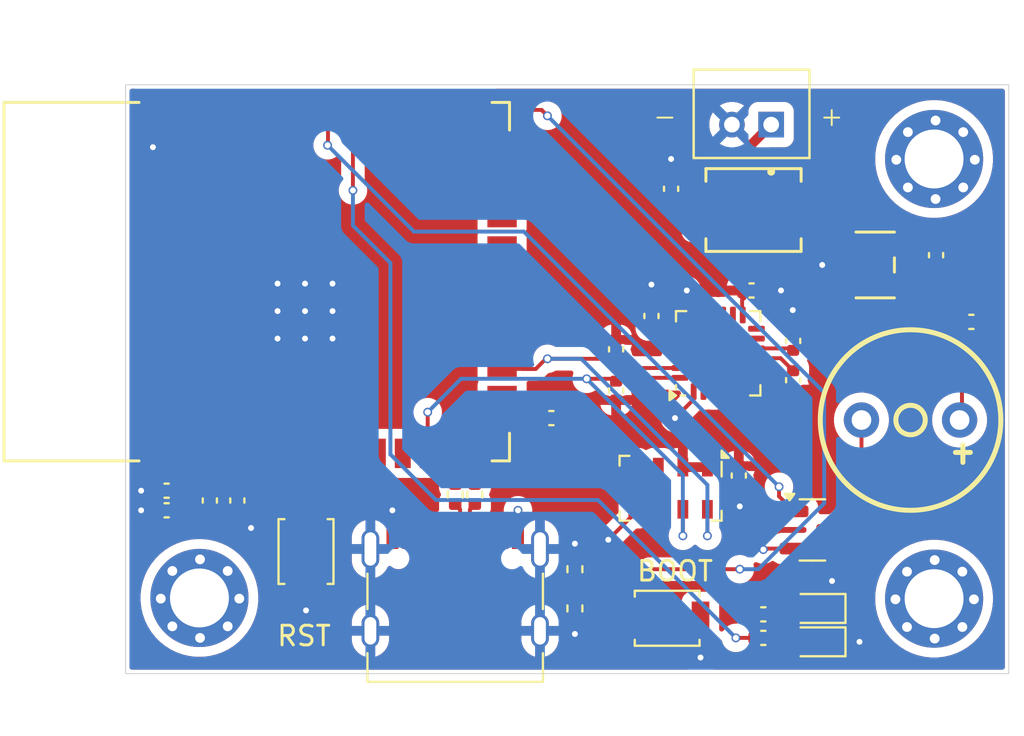
<source format=kicad_pcb>
(kicad_pcb (version 20241229) (generator "pcbnew") (generator_version "9.0")
  (title_block (title "Eggtimer Ion Clone") (date "2025-10-13") (rev "v1.0") (company "Metropolitan Aerospace Rocket Society") (comment 1 "Author: Fawaaz Kamali Siddiqui"))
  (layers (0 "F.Cu" signal) (2 "B.Cu" signal) (13 "F.Paste" user) (15 "B.Paste" user) (5 "F.SilkS" user "F.Silkscreen") (7 "B.SilkS" user "B.Silkscreen") (1 "F.Mask" user) (3 "B.Mask" user) (25 "Edge.Cuts" user))
  (net 0 "")
  (net 1 "+3V3")
  (net 2 "Net-(U2-CPOUT)")
  (net 3 "Net-(U2-REGOUT)")
  (net 4 "BAT+")
  (net 5 "BAT-")
  (net 6 "Net-(LS1-Pad1)")
  (net 7 "Net-(Q1-D)")
  (net 8 "/SDA")
  (net 9 "/SCL")
  (net 25 "/ESP_EN")
  (net 26 "/ESP_IO0")
  (net 27 "Net-(U5-VIN)")
  (net 28 "Net-(D1-A)")
  (net 29 "Net-(D2-A)")
  (net 30 "Net-(J4-CC1)")
  (net 33 "USB_D-")
  (net 36 "USB_D+")
  (net 40 "Net-(J4-CC2)")
  (net 41 "/BUZZER")
  (net 42 "/LED")
  (net 43 "Net-(U4-GPIO3)")
  (footprint "Capacitor_SMD:C_0402_1005Metric" (layer "F.Cu") (at 160.7 100.9 90)
    (property "Reference" "R2" (hide yes))
    (property "Value" "4.7k" (hide yes))
    (pad "1" smd roundrect (at -0.48 0 90) (size 0.56 0.62) (layers "F.Cu" "F.Mask" "F.Paste") (net 1 "+3V3"))
    (pad "2" smd roundrect (at 0.48 0 90) (size 0.56 0.62) (layers "F.Cu" "F.Mask" "F.Paste") (net 8 "/SDA"))
  )
  (footprint "Sensor_Motion:InvenSense_QFN-24_4x4mm_P0.5mm" (layer "F.Cu") (at 165.9 99 90)
    (property "Reference" "U2" (hide yes))
    (property "Value" "MPU-6050" (hide yes))
    (pad "1" smd roundrect (at -1.95 -1.25 90) (size 0.85 0.3) (layers "F.Cu" "F.Mask" "F.Paste") (net 5 "BAT-"))
    (pad "2" smd roundrect (at -1.95 -0.75 90) (size 0.85 0.3) (layers "F.Cu" "F.Mask" "F.Paste"))
    (pad "3" smd roundrect (at -1.95 -0.25 90) (size 0.85 0.3) (layers "F.Cu" "F.Mask" "F.Paste"))
    (pad "4" smd roundrect (at -1.95 0.25 90) (size 0.85 0.3) (layers "F.Cu" "F.Mask" "F.Paste"))
    (pad "5" smd roundrect (at -1.95 0.75 90) (size 0.85 0.3) (layers "F.Cu" "F.Mask" "F.Paste"))
    (pad "6" smd roundrect (at -1.95 1.25 90) (size 0.85 0.3) (layers "F.Cu" "F.Mask" "F.Paste"))
    (pad "7" smd roundrect (at -1.25 1.95 180) (size 0.85 0.3) (layers "F.Cu" "F.Mask" "F.Paste"))
    (pad "8" smd roundrect (at -0.75 1.95 180) (size 0.85 0.3) (layers "F.Cu" "F.Mask" "F.Paste") (net 1 "+3V3"))
    (pad "9" smd roundrect (at -0.25 1.95 180) (size 0.85 0.3) (layers "F.Cu" "F.Mask" "F.Paste") (net 5 "BAT-"))
    (pad "10" smd roundrect (at 0.25 1.95 180) (size 0.85 0.3) (layers "F.Cu" "F.Mask" "F.Paste") (net 3 "Net-(U2-REGOUT)"))
    (pad "11" smd roundrect (at 0.75 1.95 180) (size 0.85 0.3) (layers "F.Cu" "F.Mask" "F.Paste") (net 5 "BAT-"))
    (pad "12" smd roundrect (at 1.25 1.95 180) (size 0.85 0.3) (layers "F.Cu" "F.Mask" "F.Paste"))
    (pad "13" smd roundrect (at 1.95 1.25 90) (size 0.85 0.3) (layers "F.Cu" "F.Mask" "F.Paste") (net 1 "+3V3"))
    (pad "14" smd roundrect (at 1.95 0.75 90) (size 0.85 0.3) (layers "F.Cu" "F.Mask" "F.Paste"))
    (pad "15" smd roundrect (at 1.95 0.25 90) (size 0.85 0.3) (layers "F.Cu" "F.Mask" "F.Paste"))
    (pad "16" smd roundrect (at 1.95 -0.25 90) (size 0.85 0.3) (layers "F.Cu" "F.Mask" "F.Paste"))
    (pad "17" smd roundrect (at 1.95 -0.75 90) (size 0.85 0.3) (layers "F.Cu" "F.Mask" "F.Paste"))
    (pad "18" smd roundrect (at 1.95 -1.25 90) (size 0.85 0.3) (layers "F.Cu" "F.Mask" "F.Paste") (net 5 "BAT-"))
    (pad "19" smd roundrect (at 1.25 -1.95 180) (size 0.85 0.3) (layers "F.Cu" "F.Mask" "F.Paste"))
    (pad "20" smd roundrect (at 0.75 -1.95 180) (size 0.85 0.3) (layers "F.Cu" "F.Mask" "F.Paste") (net 2 "Net-(U2-CPOUT)"))
    (pad "21" smd roundrect (at 0.25 -1.95 180) (size 0.85 0.3) (layers "F.Cu" "F.Mask" "F.Paste"))
    (pad "22" smd roundrect (at -0.25 -1.95 180) (size 0.85 0.3) (layers "F.Cu" "F.Mask" "F.Paste"))
    (pad "23" smd roundrect (at -0.75 -1.95 180) (size 0.85 0.3) (layers "F.Cu" "F.Mask" "F.Paste") (net 9 "/SCL"))
    (pad "24" smd roundrect (at -1.25 -1.95 180) (size 0.85 0.3) (layers "F.Cu" "F.Mask" "F.Paste") (net 8 "/SDA"))
    (zone (net 0) (net_name "") (layer "F.Cu") (connect_pads (clearance 0)) (min_thickness 0.254)
      (keepout (tracks not_allowed) (vias not_allowed) (pads not_allowed) (copperpour not_allowed) (footprints allowed))
      (fill (thermal_gap 0.508) (thermal_bridge_width 0.508))
      (polygon (pts (xy 164.575 100.375) (xy 164.575 97.625) (xy 167.225 97.625) (xy 167.225 100.375)))
    )
  )
  (footprint "Mount:hole" (layer "F.Cu") (at 139.5 111.5)
    (property "Reference" "H3" (hide yes))
    (property "Value" "MountingHole" (hide yes))
    (pad "1" thru_hole circle (at -2 0 90) (size 0.6 0.6) (drill 0.5) (layers "*.Cu" "*.Mask"))
    (pad "1" thru_hole circle (at -1.41 -1.41 135) (size 0.6 0.6) (drill 0.5) (layers "*.Cu" "*.Mask"))
    (pad "1" thru_hole circle (at -1.41 1.41 225) (size 0.6 0.6) (drill 0.5) (layers "*.Cu" "*.Mask"))
    (pad "1" thru_hole circle (at -0.03 -0.035 90) (size 5 5) (drill 3) (layers "*.Cu" "*.Mask"))
    (pad "1" thru_hole circle (at 0 -2 225) (size 0.6 0.6) (drill 0.5) (layers "*.Cu" "*.Mask"))
    (pad "1" thru_hole circle (at 0 2 90) (size 0.6 0.6) (drill 0.5) (layers "*.Cu" "*.Mask"))
    (pad "1" thru_hole circle (at 1.41 -1.41 180) (size 0.6 0.6) (drill 0.5) (layers "*.Cu" "*.Mask"))
    (pad "1" thru_hole circle (at 1.41 1.41 90) (size 0.6 0.6) (drill 0.5) (layers "*.Cu" "*.Mask"))
    (pad "1" thru_hole circle (at 2 0 90) (size 0.6 0.6) (drill 0.5) (layers "*.Cu" "*.Mask"))
  )
  (footprint "B2B-PH-K-S:JST_B2B-PH-K-S" (layer "F.Cu") (at 167.6 86.8)
    (property "Reference" "J3" (hide yes))
    (property "Value" "B2B-PH-K-S" (hide yes))
    (pad "1" thru_hole rect (at 1 0.55) (size 1.308 1.308) (drill 0.8) (layers "*.Cu" "*.Mask") (net 4 "BAT+"))
    (pad "2" thru_hole circle (at -1 0.55) (size 1.308 1.308) (drill 0.8) (layers "*.Cu" "*.Mask") (net 5 "BAT-"))
  )
  (footprint "Resistor_SMD:R_0402_1005Metric" (layer "F.Cu") (at 158.6 112 90)
    (property "Reference" "R6" (hide yes))
    (property "Value" "5.1k" (hide yes))
    (pad "1" smd roundrect (at -0.509999 0 90) (size 0.54 0.64) (layers "F.Cu" "F.Mask" "F.Paste") (net 5 "BAT-"))
    (pad "2" smd roundrect (at 0.509999 0 90) (size 0.54 0.64) (layers "F.Cu" "F.Mask" "F.Paste") (net 30 "Net-(J4-CC1)"))
  )
  (footprint "Connector_USB:USB_C_Receptacle_Palconn_UTC16-G" (layer "F.Cu") (at 152.5 110.9)
    (property "Reference" "J4" (hide yes))
    (property "Value" "USB_C_Receptacle_USB2.0_16P" (hide yes))
    (pad "" np_thru_hole circle (at -2.89 -1.45 180) (size 0.6 0.6) (drill 0.6) (layers "*.Cu" "*.Mask"))
    (pad "" np_thru_hole circle (at 2.89 -1.45 180) (size 0.6 0.6) (drill 0.6) (layers "*.Cu" "*.Mask"))
    (pad "A1" smd rect (at -3.2 -2.51) (size 0.6 1.16) (layers "F.Cu" "F.Mask" "F.Paste") (net 5 "BAT-"))
    (pad "A4" smd rect (at -2.4 -2.51) (size 0.6 1.16) (layers "F.Cu" "F.Mask" "F.Paste"))
    (pad "A5" smd rect (at -1.25 -2.51 180) (size 0.3 1.16) (layers "F.Cu" "F.Mask" "F.Paste") (net 30 "Net-(J4-CC1)"))
    (pad "A6" smd rect (at -0.25 -2.51 180) (size 0.3 1.16) (layers "F.Cu" "F.Mask" "F.Paste") (net 36 "USB_D+"))
    (pad "A7" smd rect (at 0.25 -2.51 180) (size 0.3 1.16) (layers "F.Cu" "F.Mask" "F.Paste") (net 33 "USB_D-"))
    (pad "A8" smd rect (at 1.25 -2.51 180) (size 0.3 1.16) (layers "F.Cu" "F.Mask" "F.Paste"))
    (pad "A9" smd rect (at 2.4 -2.51) (size 0.6 1.16) (layers "F.Cu" "F.Mask" "F.Paste"))
    (pad "A12" smd rect (at 3.2 -2.51) (size 0.6 1.16) (layers "F.Cu" "F.Mask" "F.Paste") (net 5 "BAT-"))
    (pad "B1" smd rect (at 3.2 -2.51) (size 0.6 1.16) (layers "F.Cu" "F.Mask" "F.Paste") (net 5 "BAT-"))
    (pad "B4" smd rect (at 2.4 -2.51) (size 0.6 1.16) (layers "F.Cu" "F.Mask" "F.Paste"))
    (pad "B5" smd rect (at 1.75 -2.51 180) (size 0.3 1.16) (layers "F.Cu" "F.Mask" "F.Paste") (net 40 "Net-(J4-CC2)"))
    (pad "B6" smd rect (at 0.75 -2.51 180) (size 0.3 1.16) (layers "F.Cu" "F.Mask" "F.Paste") (net 36 "USB_D+"))
    (pad "B7" smd rect (at -0.75 -2.51 180) (size 0.3 1.16) (layers "F.Cu" "F.Mask" "F.Paste") (net 33 "USB_D-"))
    (pad "B8" smd rect (at -1.75 -2.51 180) (size 0.3 1.16) (layers "F.Cu" "F.Mask" "F.Paste"))
    (pad "B9" smd rect (at -2.4 -2.51) (size 0.6 1.16) (layers "F.Cu" "F.Mask" "F.Paste"))
    (pad "B12" smd rect (at -3.2 -2.51) (size 0.6 1.16) (layers "F.Cu" "F.Mask" "F.Paste") (net 5 "BAT-"))
    (pad "S1" thru_hole oval (at -4.32 -1.93 90) (size 2 0.9) (drill oval 1.7 0.6) (property pad_prop_heatsink) (layers "*.Cu" "*.Mask") (net 5 "BAT-"))
    (pad "S1" thru_hole oval (at -4.32 2.24 90) (size 1.7 0.9) (drill oval 1.4 0.6) (property pad_prop_heatsink) (layers "*.Cu" "*.Mask") (net 5 "BAT-"))
    (pad "S1" thru_hole oval (at 4.32 -1.93 90) (size 2 0.9) (drill oval 1.7 0.6) (property pad_prop_heatsink) (layers "*.Cu" "*.Mask") (net 5 "BAT-"))
    (pad "S1" thru_hole oval (at 4.32 2.24 90) (size 1.7 0.9) (drill oval 1.4 0.6) (property pad_prop_heatsink) (layers "*.Cu" "*.Mask") (net 5 "BAT-"))
  )
  (footprint "Capacitor_SMD:C_0402_1005Metric" (layer "F.Cu") (at 168.2 112.3)
    (property "Reference" "R7" (hide yes))
    (property "Value" "1.5k" (hide yes))
    (pad "1" smd roundrect (at -0.48 0) (size 0.56 0.62) (layers "F.Cu" "F.Mask" "F.Paste") (net 1 "+3V3"))
    (pad "2" smd roundrect (at 0.48 0) (size 0.56 0.62) (layers "F.Cu" "F.Mask" "F.Paste") (net 29 "Net-(D2-A)"))
  )
  (footprint "Capacitor_SMD:C_0402_1005Metric" (layer "F.Cu") (at 157.4 102.3)
    (property "Reference" "R5" (hide yes))
    (property "Value" "10k" (hide yes))
    (pad "1" smd roundrect (at -0.48 0) (size 0.56 0.62) (layers "F.Cu" "F.Mask" "F.Paste") (net 43 "Net-(U4-GPIO3)"))
    (pad "2" smd roundrect (at 0.48 0) (size 0.56 0.62) (layers "F.Cu" "F.Mask" "F.Paste") (net 1 "+3V3"))
  )
  (footprint "Capacitor_SMD:C_0402_1005Metric" (layer "F.Cu") (at 137.8 106)
    (property "Reference" "C1" (hide yes))
    (property "Value" "10uF" (hide yes))
    (pad "1" smd roundrect (at -0.48 0) (size 0.56 0.62) (layers "F.Cu" "F.Mask" "F.Paste") (net 5 "BAT-"))
    (pad "2" smd roundrect (at 0.48 0) (size 0.56 0.62) (layers "F.Cu" "F.Mask" "F.Paste") (net 1 "+3V3"))
  )
  (footprint "Package_LGA:LGA-8_3x5mm_P1.25mm" (layer "F.Cu") (at 163.475 105.875 -90)
    (property "Reference" "U3" (hide yes))
    (property "Value" "MS5611-01BA" (hide yes))
    (pad "1" smd rect (at -1.075 -1.875 270) (size 0.95 0.55) (layers "F.Cu" "F.Mask" "F.Paste") (net 1 "+3V3"))
    (pad "2" smd rect (at -1.075 -0.625 270) (size 0.95 0.55) (layers "F.Cu" "F.Mask" "F.Paste") (net 1 "+3V3"))
    (pad "3" smd rect (at -1.075 0.625 270) (size 0.95 0.55) (layers "F.Cu" "F.Mask" "F.Paste") (net 5 "BAT-"))
    (pad "4" smd rect (at -1.075 1.875 270) (size 0.95 0.55) (layers "F.Cu" "F.Mask" "F.Paste") (net 5 "BAT-"))
    (pad "5" smd rect (at 1.075 1.875 270) (size 0.95 0.55) (layers "F.Cu" "F.Mask" "F.Paste") (net 5 "BAT-"))
    (pad "6" smd rect (at 1.075 0.625 270) (size 0.95 0.55) (layers "F.Cu" "F.Mask" "F.Paste"))
    (pad "7" smd rect (at 1.075 -0.625 270) (size 0.95 0.55) (layers "F.Cu" "F.Mask" "F.Paste") (net 8 "/SDA"))
    (pad "8" smd rect (at 1.075 -1.875 270) (size 0.95 0.55) (layers "F.Cu" "F.Mask" "F.Paste") (net 9 "/SCL"))
  )
  (footprint "PCM_JLCPCB:Hole, 3mm" (layer "F.Cu") (at 176.975 89.14)
    (property "Reference" "H1" (hide yes))
    (property "Value" "MountingHole" (hide yes))
    (pad "1" thru_hole circle (at -2 0 90) (size 0.6 0.6) (drill 0.5) (layers "*.Cu" "*.Mask"))
    (pad "1" thru_hole circle (at -1.41 -1.41 135) (size 0.6 0.6) (drill 0.5) (layers "*.Cu" "*.Mask"))
    (pad "1" thru_hole circle (at -1.41 1.41 225) (size 0.6 0.6) (drill 0.5) (layers "*.Cu" "*.Mask"))
    (pad "1" thru_hole circle (at -0.075 -0.04 90) (size 5 5) (drill 3) (layers "*.Cu" "*.Mask"))
    (pad "1" thru_hole circle (at 0 -2 225) (size 0.6 0.6) (drill 0.5) (layers "*.Cu" "*.Mask"))
    (pad "1" thru_hole circle (at 0 2 90) (size 0.6 0.6) (drill 0.5) (layers "*.Cu" "*.Mask"))
    (pad "1" thru_hole circle (at 1.41 -1.41 180) (size 0.6 0.6) (drill 0.5) (layers "*.Cu" "*.Mask"))
    (pad "1" thru_hole circle (at 1.41 1.41 90) (size 0.6 0.6) (drill 0.5) (layers "*.Cu" "*.Mask"))
    (pad "1" thru_hole circle (at 2 0 90) (size 0.6 0.6) (drill 0.5) (layers "*.Cu" "*.Mask"))
  )
  (footprint "Capacitor_SMD:C_0402_1005Metric" (layer "F.Cu") (at 160.7 98.8 -90)
    (property "Reference" "R3" (hide yes))
    (property "Value" "4.7k" (hide yes))
    (pad "1" smd roundrect (at -0.48 0 270) (size 0.56 0.62) (layers "F.Cu" "F.Mask" "F.Paste") (net 1 "+3V3"))
    (pad "2" smd roundrect (at 0.48 0 270) (size 0.56 0.62) (layers "F.Cu" "F.Mask" "F.Paste") (net 9 "/SCL"))
  )
  (footprint "Diode:DIODE_SMB_2L_ONS" (layer "F.Cu") (at 167.7 91.7 180)
    (property "Reference" "CR1" (hide yes))
    (property "Value" "MBRS130LT3G" (hide yes))
    (pad "1" smd rect (at -2.1717 0 180) (size 1.9558 2.2606) (layers "F.Cu" "F.Mask" "F.Paste") (net 27 "Net-(U5-VIN)"))
    (pad "2" smd rect (at 2.1717 0 180) (size 1.9558 2.2606) (layers "F.Cu" "F.Mask" "F.Paste") (net 4 "BAT+"))
    (zone (net 0) (net_name "") (layer "F.Cu") (connect_pads (clearance 0)) (min_thickness 0.254)
      (keepout (tracks not_allowed) (vias not_allowed) (pads allowed) (copperpour not_allowed) (footprints allowed))
      (fill (thermal_gap 0.508) (thermal_bridge_width 0.508))
      (polygon (pts (xy 168.843 93.6304) (xy 166.557 93.6304) (xy 166.557 89.7696) (xy 168.843 89.7696)))
    )
  )
  (footprint "HNB09A03:HNB09A03" (layer "F.Cu") (at 175.7 102.4 180)
    (property "Reference" "LS1" (hide yes))
    (property "Value" "HNB09A03" (hide yes))
    (pad "1" thru_hole circle (at -2.5003 0 180) (size 1.8 1.8) (drill 1 (offset 0.00031 0)) (layers "*.Cu" "*.Mask") (net 6 "Net-(LS1-Pad1)"))
    (pad "2" thru_hole circle (at 2.49979 0 180) (size 1.8 1.8) (drill 1 (offset 0.0002 0)) (layers "*.Cu" "*.Mask") (net 7 "Net-(Q1-D)"))
  )
  (footprint "Package_TO_SOT_SMD:SOT-23" (layer "F.Cu") (at 170.7 108)
    (property "Reference" "Q1" (hide yes))
    (property "Value" "IRLML6244" (hide yes))
    (pad "1" smd roundrect (at -0.9375 -0.95) (size 1.475 0.6) (layers "F.Cu" "F.Mask" "F.Paste") (net 41 "/BUZZER"))
    (pad "2" smd roundrect (at -0.9375 0.95) (size 1.475 0.6) (layers "F.Cu" "F.Mask" "F.Paste") (net 5 "BAT-"))
    (pad "3" smd roundrect (at 0.9375 0) (size 1.475 0.6) (layers "F.Cu" "F.Mask" "F.Paste") (net 7 "Net-(Q1-D)"))
  )
  (footprint "LED_SMD:LED_0603_1608Metric" (layer "F.Cu") (at 170.9 112 180)
    (property "Reference" "D2" (hide yes))
    (property "Value" "LED" (hide yes))
    (pad "1" smd roundrect (at -0.787501 0 180) (size 0.875 0.95) (layers "F.Cu" "F.Mask" "F.Paste") (net 5 "BAT-"))
    (pad "2" smd roundrect (at 0.787501 0 180) (size 0.875 0.95) (layers "F.Cu" "F.Mask" "F.Paste") (net 29 "Net-(D2-A)"))
  )
  (footprint "Capacitor_SMD:C_0402_1005Metric" (layer "F.Cu") (at 169.719999 98.37 90)
    (property "Reference" "C7" (hide yes))
    (property "Value" "0.1uF" (hide yes))
    (pad "1" smd roundrect (at -0.48 0 90) (size 0.56 0.62) (layers "F.Cu" "F.Mask" "F.Paste") (net 3 "Net-(U2-REGOUT)"))
    (pad "2" smd roundrect (at 0.48 0 90) (size 0.56 0.62) (layers "F.Cu" "F.Mask" "F.Paste") (net 5 "BAT-"))
  )
  (footprint "Capacitor_SMD:C_0402_1005Metric" (layer "F.Cu") (at 168.2 113.5)
    (property "Reference" "R1" (hide yes))
    (property "Value" "2k" (hide yes))
    (pad "1" smd roundrect (at -0.48 0) (size 0.56 0.62) (layers "F.Cu" "F.Mask" "F.Paste") (net 42 "/LED"))
    (pad "2" smd roundrect (at 0.48 0) (size 0.56 0.62) (layers "F.Cu" "F.Mask" "F.Paste") (net 28 "Net-(D1-A)"))
  )
  (footprint "Button_Switch_SMD:SW_SPST_B3U-1000P" (layer "F.Cu") (at 144.9 109.1 90)
    (property "Reference" "SW1" (hide yes))
    (property "Value" "RESET" (hide yes))
    (pad "1" smd rect (at -1.700001 0 90) (size 0.9 1.7) (layers "F.Cu" "F.Mask" "F.Paste") (net 5 "BAT-"))
    (pad "2" smd rect (at 1.700001 0 90) (size 0.9 1.7) (layers "F.Cu" "F.Mask" "F.Paste") (net 25 "/ESP_EN"))
  )
  (footprint "Capacitor_SMD:C_0402_1005Metric" (layer "F.Cu") (at 140 106.5 -90)
    (property "Reference" "R11" (hide yes))
    (property "Value" "10k" (hide yes))
    (pad "1" smd roundrect (at -0.48 0 270) (size 0.56 0.62) (layers "F.Cu" "F.Mask" "F.Paste") (net 25 "/ESP_EN"))
    (pad "2" smd roundrect (at 0.48 0 270) (size 0.56 0.62) (layers "F.Cu" "F.Mask" "F.Paste") (net 1 "+3V3"))
  )
  (footprint "ESP:ESP32-S3-WROOM-1_EXP" (layer "F.Cu") (at 142.39 95.35 90)
    (property "Reference" "U4" (hide yes))
    (property "Value" "ESP32-S3-WROOM-1-N8" (hide yes))
    (pad "1" smd rect (at -8.75 -5.26 90) (size 1.4986 0.8128) (layers "F.Cu" "F.Mask" "F.Paste") (net 5 "BAT-"))
    (pad "2" smd rect (at -8.75 -3.99 90) (size 1.4986 0.8128) (layers "F.Cu" "F.Mask" "F.Paste") (net 1 "+3V3"))
    (pad "3" smd rect (at -8.75 -2.72 90) (size 1.4986 0.8128) (layers "F.Cu" "F.Mask" "F.Paste") (net 25 "/ESP_EN"))
    (pad "4" smd rect (at -8.75 -1.45 90) (size 1.4986 0.8128) (layers "F.Cu" "F.Mask" "F.Paste"))
    (pad "5" smd rect (at -8.75 -0.18 90) (size 1.4986 0.8128) (layers "F.Cu" "F.Mask" "F.Paste"))
    (pad "6" smd rect (at -8.75 1.09 90) (size 1.4986 0.8128) (layers "F.Cu" "F.Mask" "F.Paste"))
    (pad "7" smd rect (at -8.75 2.36 90) (size 1.4986 0.8128) (layers "F.Cu" "F.Mask" "F.Paste"))
    (pad "8" smd rect (at -8.75 3.63 90) (size 1.4986 0.8128) (layers "F.Cu" "F.Mask" "F.Paste"))
    (pad "9" smd rect (at -8.75 4.9 90) (size 1.4986 0.8128) (layers "F.Cu" "F.Mask" "F.Paste"))
    (pad "10" smd rect (at -8.75 6.17 90) (size 1.4986 0.8128) (layers "F.Cu" "F.Mask" "F.Paste"))
    (pad "11" smd rect (at -8.75 7.44 90) (size 1.4986 0.8128) (layers "F.Cu" "F.Mask" "F.Paste"))
    (pad "12" smd rect (at -8.75 8.71 90) (size 1.4986 0.8128) (layers "F.Cu" "F.Mask" "F.Paste") (net 8 "/SDA"))
    (pad "13" smd rect (at -8.75 9.98 90) (size 1.4986 0.8128) (layers "F.Cu" "F.Mask" "F.Paste") (net 33 "USB_D-"))
    (pad "14" smd rect (at -8.75 11.25 90) (size 1.4986 0.8128) (layers "F.Cu" "F.Mask" "F.Paste") (net 36 "USB_D+"))
    (pad "15" smd rect (at -6.985 12.5 180) (size 1.4986 0.8128) (layers "F.Cu" "F.Mask" "F.Paste") (net 43 "Net-(U4-GPIO3)"))
    (pad "16" smd rect (at -5.715 12.5 180) (size 1.4986 0.8128) (layers "F.Cu" "F.Mask" "F.Paste"))
    (pad "17" smd rect (at -4.445 12.5 180) (size 1.4986 0.8128) (layers "F.Cu" "F.Mask" "F.Paste") (net 9 "/SCL"))
    (pad "18" smd rect (at -3.175 12.5 180) (size 1.4986 0.8128) (layers "F.Cu" "F.Mask" "F.Paste"))
    (pad "19" smd rect (at -1.905 12.5 180) (size 1.4986 0.8128) (layers "F.Cu" "F.Mask" "F.Paste"))
    (pad "20" smd rect (at -0.635 12.5 180) (size 1.4986 0.8128) (layers "F.Cu" "F.Mask" "F.Paste"))
    (pad "21" smd rect (at 0.635 12.5 180) (size 1.4986 0.8128) (layers "F.Cu" "F.Mask" "F.Paste"))
    (pad "22" smd rect (at 1.905 12.5 180) (size 1.4986 0.8128) (layers "F.Cu" "F.Mask" "F.Paste"))
    (pad "23" smd rect (at 3.175 12.5 180) (size 1.4986 0.8128) (layers "F.Cu" "F.Mask" "F.Paste"))
    (pad "24" smd rect (at 4.445 12.5 180) (size 1.4986 0.8128) (layers "F.Cu" "F.Mask" "F.Paste"))
    (pad "25" smd rect (at 5.715 12.5 180) (size 1.4986 0.8128) (layers "F.Cu" "F.Mask" "F.Paste"))
    (pad "26" smd rect (at 6.985 12.5 180) (size 1.4986 0.8128) (layers "F.Cu" "F.Mask" "F.Paste"))
    (pad "27" smd rect (at 8.75 11.25 90) (size 1.4986 0.8128) (layers "F.Cu" "F.Mask" "F.Paste") (net 26 "/ESP_IO0"))
    (pad "28" smd rect (at 8.75 9.98 90) (size 1.4986 0.8128) (layers "F.Cu" "F.Mask" "F.Paste"))
    (pad "29" smd rect (at 8.75 8.71 90) (size 1.4986 0.8128) (layers "F.Cu" "F.Mask" "F.Paste"))
    (pad "30" smd rect (at 8.75 7.44 90) (size 1.4986 0.8128) (layers "F.Cu" "F.Mask" "F.Paste"))
    (pad "31" smd rect (at 8.75 6.17 90) (size 1.4986 0.8128) (layers "F.Cu" "F.Mask" "F.Paste"))
    (pad "32" smd rect (at 8.75 4.9 90) (size 1.4986 0.8128) (layers "F.Cu" "F.Mask" "F.Paste") (net 42 "/LED"))
    (pad "33" smd rect (at 8.75 3.63 90) (size 1.4986 0.8128) (layers "F.Cu" "F.Mask" "F.Paste") (net 41 "/BUZZER"))
    (pad "34" smd rect (at 8.75 2.36 90) (size 1.4986 0.8128) (layers "F.Cu" "F.Mask" "F.Paste"))
    (pad "35" smd rect (at 8.75 1.09 90) (size 1.4986 0.8128) (layers "F.Cu" "F.Mask" "F.Paste"))
    (pad "36" smd rect (at 8.75 -0.18 90) (size 1.4986 0.8128) (layers "F.Cu" "F.Mask" "F.Paste"))
    (pad "37" smd rect (at 8.75 -1.45 90) (size 1.4986 0.8128) (layers "F.Cu" "F.Mask" "F.Paste"))
    (pad "38" smd rect (at 8.75 -2.72 90) (size 1.4986 0.8128) (layers "F.Cu" "F.Mask" "F.Paste"))
    (pad "39" smd rect (at 8.75 -3.99 90) (size 1.4986 0.8128) (layers "F.Cu" "F.Mask" "F.Paste"))
    (pad "40" smd rect (at 8.75 -5.26 90) (size 1.4986 0.8128) (layers "F.Cu" "F.Mask" "F.Paste") (net 5 "BAT-"))
    (pad "41" smd rect (at -1.5 2.46 90) (size 0.889 0.889) (layers "F.Cu" "F.Mask" "F.Paste") (net 5 "BAT-"))
    (pad "42" smd rect (at -2.9 1.06 90) (size 0.889 0.889) (layers "F.Cu" "F.Mask" "F.Paste"))
    (pad "43" smd rect (at -2.9 2.46 90) (size 0.889 0.889) (layers "F.Cu" "F.Mask" "F.Paste"))
    (pad "44" smd rect (at -2.9 3.86 90) (size 0.889 0.889) (layers "F.Cu" "F.Mask" "F.Paste"))
    (pad "45" smd rect (at -1.5 3.86 90) (size 0.889 0.889) (layers "F.Cu" "F.Mask" "F.Paste"))
    (pad "46" smd rect (at -0.1 3.86 90) (size 0.889 0.889) (layers "F.Cu" "F.Mask" "F.Paste"))
    (pad "47" smd rect (at -0.1 2.46 90) (size 0.889 0.889) (layers "F.Cu" "F.Mask" "F.Paste"))
    (pad "48" smd rect (at -0.1 1.06 90) (size 0.889 0.889) (layers "F.Cu" "F.Mask" "F.Paste"))
    (pad "49" smd rect (at -1.5 1.06 90) (size 0.889 0.889) (layers "F.Cu" "F.Mask" "F.Paste"))
    (zone (net 0) (net_name "") (layer "F.Cu") (connect_pads (clearance 0)) (min_thickness 0.254)
      (keepout (tracks not_allowed) (vias not_allowed) (pads allowed) (copperpour not_allowed) (footprints allowed))
      (fill (thermal_gap 0.508) (thermal_bridge_width 0.508))
      (polygon (pts (xy 129.639199 104.3543) (xy 135.6336 104.3543) (xy 135.6336 86.3457) (xy 129.639199 86.3457)))
    )
  )
  (footprint "Capacitor_SMD:C_0402_1005Metric" (layer "F.Cu") (at 141.4 106.5 -90)
    (property "Reference" "C3" (hide yes))
    (property "Value" "1uF" (hide yes))
    (pad "1" smd roundrect (at -0.48 0 270) (size 0.56 0.62) (layers "F.Cu" "F.Mask" "F.Paste") (net 25 "/ESP_EN"))
    (pad "2" smd roundrect (at 0.48 0 270) (size 0.56 0.62) (layers "F.Cu" "F.Mask" "F.Paste") (net 5 "BAT-"))
  )
  (footprint "Capacitor_SMD:C_0402_1005Metric" (layer "F.Cu") (at 177 94 -90)
    (property "Reference" "C11" (hide yes))
    (property "Value" "1uF" (hide yes))
    (pad "1" smd roundrect (at -0.48 0 270) (size 0.56 0.62) (layers "F.Cu" "F.Mask" "F.Paste") (net 1 "+3V3"))
    (pad "2" smd roundrect (at 0.48 0 270) (size 0.56 0.62) (layers "F.Cu" "F.Mask" "F.Paste") (net 5 "BAT-"))
  )
  (footprint "LDO:SOT_RG1_DIO" (layer "F.Cu") (at 173.9 94.5)
    (property "Reference" "U5" (hide yes))
    (property "Value" "AP2112K-3.3" (hide yes))
    (pad "1" smd rect (at -1.35255 -0.950001) (size 1.0033 0.508) (layers "F.Cu" "F.Mask" "F.Paste") (net 27 "Net-(U5-VIN)"))
    (pad "2" smd rect (at -1.35255 0) (size 1.0033 0.508) (layers "F.Cu" "F.Mask" "F.Paste") (net 5 "BAT-"))
    (pad "3" smd rect (at -1.35255 0.950001) (size 1.0033 0.508) (layers "F.Cu" "F.Mask" "F.Paste") (net 1 "+3V3"))
    (pad "4" smd rect (at 1.35255 0.950001) (size 1.0033 0.508) (layers "F.Cu" "F.Mask" "F.Paste"))
    (pad "5" smd rect (at 1.35255 -0.950001) (size 1.0033 0.508) (layers "F.Cu" "F.Mask" "F.Paste") (net 1 "+3V3"))
  )
  (footprint "Capacitor_SMD:C_0402_1005Metric" (layer "F.Cu") (at 178.8002 97.4 180)
    (property "Reference" "R4" (hide yes))
    (property "Value" "1k" (hide yes))
    (pad "1" smd roundrect (at -0.48 0 180) (size 0.56 0.62) (layers "F.Cu" "F.Mask" "F.Paste") (net 1 "+3V3"))
    (pad "2" smd roundrect (at 0.48 0 180) (size 0.56 0.62) (layers "F.Cu" "F.Mask" "F.Paste") (net 6 "Net-(LS1-Pad1)"))
  )
  (footprint "Capacitor_SMD:C_0402_1005Metric" (layer "F.Cu") (at 169.719999 100.37 -90)
    (property "Reference" "C4" (hide yes))
    (property "Value" "10nF" (hide yes))
    (pad "1" smd roundrect (at -0.48 0 270) (size 0.56 0.62) (layers "F.Cu" "F.Mask" "F.Paste") (net 5 "BAT-"))
    (pad "2" smd roundrect (at 0.48 0 270) (size 0.56 0.62) (layers "F.Cu" "F.Mask" "F.Paste") (net 1 "+3V3"))
  )
  (footprint "Resistor_SMD:R_0402_1005Metric" (layer "F.Cu") (at 153.5 106.2 90)
    (property "Reference" "R16" (hide yes))
    (property "Value" "27" (hide yes))
    (pad "1" smd roundrect (at -0.509999 0 90) (size 0.54 0.64) (layers "F.Cu" "F.Mask" "F.Paste") (net 36 "USB_D+"))
    (pad "2" smd roundrect (at 0.509999 0 90) (size 0.54 0.64) (layers "F.Cu" "F.Mask" "F.Paste") (net 36 "USB_D+"))
  )
  (footprint "Button_Switch_SMD:SW_SPST_B3U-1000P" (layer "F.Cu") (at 163.3 112.5 180)
    (property "Reference" "SW2" (hide yes))
    (property "Value" "BOOT" (hide yes))
    (pad "1" smd rect (at -1.700001 0 180) (size 0.9 1.7) (layers "F.Cu" "F.Mask" "F.Paste") (net 5 "BAT-"))
    (pad "2" smd rect (at 1.700001 0 180) (size 0.9 1.7) (layers "F.Cu" "F.Mask" "F.Paste") (net 26 "/ESP_IO0"))
  )
  (footprint "Capacitor_SMD:C_0402_1005Metric" (layer "F.Cu") (at 137.8 107)
    (property "Reference" "C2" (hide yes))
    (property "Value" "0.1uF" (hide yes))
    (pad "1" smd roundrect (at -0.48 0) (size 0.56 0.62) (layers "F.Cu" "F.Mask" "F.Paste") (net 5 "BAT-"))
    (pad "2" smd roundrect (at 0.48 0) (size 0.56 0.62) (layers "F.Cu" "F.Mask" "F.Paste") (net 1 "+3V3"))
  )
  (footprint "PCM_JLCPCB:Hole, 3mm" (layer "F.Cu") (at 176.93 111.535)
    (property "Reference" "H2" (hide yes))
    (property "Value" "MountingHole" (hide yes))
    (pad "1" thru_hole circle (at -2 0 90) (size 0.6 0.6) (drill 0.5) (layers "*.Cu" "*.Mask"))
    (pad "1" thru_hole circle (at -1.41 -1.41 135) (size 0.6 0.6) (drill 0.5) (layers "*.Cu" "*.Mask"))
    (pad "1" thru_hole circle (at -1.41 1.41 225) (size 0.6 0.6) (drill 0.5) (layers "*.Cu" "*.Mask"))
    (pad "1" thru_hole circle (at -0.03 -0.035 90) (size 5 5) (drill 3) (layers "*.Cu" "*.Mask"))
    (pad "1" thru_hole circle (at 0 -2 225) (size 0.6 0.6) (drill 0.5) (layers "*.Cu" "*.Mask"))
    (pad "1" thru_hole circle (at 0 2 90) (size 0.6 0.6) (drill 0.5) (layers "*.Cu" "*.Mask"))
    (pad "1" thru_hole circle (at 1.41 -1.41 180) (size 0.6 0.6) (drill 0.5) (layers "*.Cu" "*.Mask"))
    (pad "1" thru_hole circle (at 1.41 1.41 90) (size 0.6 0.6) (drill 0.5) (layers "*.Cu" "*.Mask"))
    (pad "1" thru_hole circle (at 2 0 90) (size 0.6 0.6) (drill 0.5) (layers "*.Cu" "*.Mask"))
  )
  (footprint "Capacitor_SMD:C_0402_1005Metric" (layer "F.Cu") (at 163.5 90.62 90)
    (property "Reference" "C10" (hide yes))
    (property "Value" "1uF" (hide yes))
    (pad "1" smd roundrect (at -0.48 0 90) (size 0.56 0.62) (layers "F.Cu" "F.Mask" "F.Paste") (net 4 "BAT+"))
    (pad "2" smd roundrect (at 0.48 0 90) (size 0.56 0.62) (layers "F.Cu" "F.Mask" "F.Paste") (net 5 "BAT-"))
  )
  (footprint "Resistor_SMD:R_0402_1005Metric" (layer "F.Cu") (at 158.6 110 90)
    (property "Reference" "R12" (hide yes))
    (property "Value" "5.1k" (hide yes))
    (pad "1" smd roundrect (at -0.509999 0 90) (size 0.54 0.64) (layers "F.Cu" "F.Mask" "F.Paste") (net 40 "Net-(J4-CC2)"))
    (pad "2" smd roundrect (at 0.509999 0 90) (size 0.54 0.64) (layers "F.Cu" "F.Mask" "F.Paste") (net 5 "BAT-"))
  )
  (footprint "Capacitor_SMD:C_0402_1005Metric" (layer "F.Cu") (at 162.5 97.1 90)
    (property "Reference" "C6" (hide yes))
    (property "Value" "2.2nF" (hide yes))
    (pad "1" smd roundrect (at -0.48 0 90) (size 0.56 0.62) (layers "F.Cu" "F.Mask" "F.Paste") (net 2 "Net-(U2-CPOUT)"))
    (pad "2" smd roundrect (at 0.48 0 90) (size 0.56 0.62) (layers "F.Cu" "F.Mask" "F.Paste") (net 5 "BAT-"))
  )
  (footprint "Capacitor_SMD:C_0402_1005Metric" (layer "F.Cu") (at 166.95 105.23 -90)
    (property "Reference" "C8" (hide yes))
    (property "Value" "0.1uF" (hide yes))
    (pad "1" smd roundrect (at -0.48 0 270) (size 0.56 0.62) (layers "F.Cu" "F.Mask" "F.Paste") (net 1 "+3V3"))
    (pad "2" smd roundrect (at 0.48 0 270) (size 0.56 0.62) (layers "F.Cu" "F.Mask" "F.Paste") (net 5 "BAT-"))
  )
  (footprint "Capacitor_SMD:C_0402_1005Metric" (layer "F.Cu") (at 167.6 95.8 180)
    (property "Reference" "C5" (hide yes))
    (property "Value" "0.1uF" (hide yes))
    (pad "1" smd roundrect (at -0.48 0 180) (size 0.56 0.62) (layers "F.Cu" "F.Mask" "F.Paste") (net 5 "BAT-"))
    (pad "2" smd roundrect (at 0.48 0 180) (size 0.56 0.62) (layers "F.Cu" "F.Mask" "F.Paste") (net 1 "+3V3"))
  )
  (footprint "LED_SMD:LED_0603_1608Metric" (layer "F.Cu") (at 170.9 113.7 180)
    (property "Reference" "D1" (hide yes))
    (property "Value" "LED" (hide yes))
    (pad "1" smd roundrect (at -0.787501 0 180) (size 0.875 0.95) (layers "F.Cu" "F.Mask" "F.Paste") (net 5 "BAT-"))
    (pad "2" smd roundrect (at 0.787501 0 180) (size 0.875 0.95) (layers "F.Cu" "F.Mask" "F.Paste") (net 28 "Net-(D1-A)"))
  )
  (footprint "Resistor_SMD:R_0402_1005Metric" (layer "F.Cu") (at 152.5 106.2 90)
    (property "Reference" "R17" (hide yes))
    (property "Value" "27" (hide yes))
    (pad "1" smd roundrect (at -0.509999 0 90) (size 0.54 0.64) (layers "F.Cu" "F.Mask" "F.Paste") (net 33 "USB_D-"))
    (pad "2" smd roundrect (at 0.509999 0 90) (size 0.54 0.64) (layers "F.Cu" "F.Mask" "F.Paste") (net 33 "USB_D-"))
  )
  (gr_rect (start 135.705 85.32) (end 180.705 115.32) (stroke (width 0.05)) (fill no) (layer "Edge.Cuts"))
  (gr_text "RST" (at 144.8 113.4 0) (layer "F.SilkS") (effects (font (size 1 1))))
  (gr_text "+" (at 171 87.5 0) (layer "F.SilkS") (effects (font (size 1 1) (thickness 0.1)) (justify left bottom)))
  (gr_text "-" (at 162.5 87.5 0) (layer "F.SilkS") (effects (font (size 1 1) (thickness 0.1)) (justify left bottom)))
  (gr_text "BOOT" (at 163.7 110.1 0) (layer "F.SilkS") (effects (font (size 1 1))))
  (segment (start 138.4 105.98) (end 138.38 106) (width 0.2) (layer "F.Cu") (net 1))
  (segment (start 167.12 95.8) (end 167.12 97.02) (width 0.2) (layer "F.Cu") (net 1))
  (segment (start 138.4 104.1) (end 138.4 105.98) (width 0.2) (layer "F.Cu") (net 1))
  (segment (start 167.12 97.02) (end 167.15 97.05) (width 0.2) (layer "F.Cu") (net 1))
  (segment (start 138.38 106) (end 138.38 107) (width 0.2) (layer "F.Cu") (net 1))
  (segment (start 163.17 98.25) (end 163.95 98.25) (width 0.2) (layer "F.Cu") (net 2))
  (segment (start 162.5 97.58) (end 163.17 98.25) (width 0.2) (layer "F.Cu") (net 2))
  (segment (start 167.85 98.75) (end 169.619999 98.75) (width 0.2) (layer "F.Cu") (net 3))
  (segment (start 169.619999 98.75) (end 169.719999 98.85) (width 0.2) (layer "F.Cu") (net 3))
  (segment (start 168.6 87.35) (end 165.5283 90.4217) (width 0.5) (layer "F.Cu") (net 4))
  (segment (start 163.6 91.1) (end 164.2 91.7) (width 0.2) (layer "F.Cu") (net 4))
  (segment (start 164.2 91.7) (end 165.5283 91.7) (width 0.2) (layer "F.Cu") (net 4))
  (segment (start 163.5 91.1) (end 163.6 91.1) (width 0.2) (layer "F.Cu") (net 4))
  (segment (start 165.5283 90.4217) (end 165.5283 91.7) (width 0.5) (layer "F.Cu") (net 4))
  (segment (start 141.4 107.2) (end 142.1 107.9) (width 0.2) (layer "F.Cu") (net 5))
  (segment (start 164.3 95.8) (end 164.3 96.7) (width 0.2) (layer "F.Cu") (net 5))
  (segment (start 137.42 107) (end 136.5 107) (width 0.2) (layer "F.Cu") (net 5))
  (segment (start 169.079999 99.25) (end 169.719999 99.89) (width 0.2) (layer "F.Cu") (net 5))
  (segment (start 137.13 105.81) (end 137.32 106) (width 0.2) (layer "F.Cu") (net 5))
  (segment (start 163.5 89.1) (end 163.5 90.14) (width 0.2) (layer "F.Cu") (net 5))
  (segment (start 168.08 95.8) (end 169.1 95.8) (width 0.2) (layer "F.Cu") (net 5))
  (segment (start 169.7 97.870001) (end 169.719999 97.89) (width 0.2) (layer "F.Cu") (net 5))
  (segment (start 137.13 104.1) (end 137.13 105.81) (width 0.2) (layer "F.Cu") (net 5))
  (segment (start 161.6 107.2) (end 160.3 108.5) (width 0.2) (layer "F.Cu") (net 5))
  (segment (start 149.3 107) (end 149.3 108.39) (width 0.2) (layer "F.Cu") (net 5))
  (segment (start 167.85 99.25) (end 169.079999 99.25) (width 0.2) (layer "F.Cu") (net 5))
  (segment (start 171.687501 113.7) (end 173.1 113.7) (width 0.2) (layer "F.Cu") (net 5))
  (segment (start 166.95 105.71) (end 166.95 106.75) (width 0.2) (layer "F.Cu") (net 5))
  (segment (start 155.7 107) (end 155.7 108.39) (width 0.2) (layer "F.Cu") (net 5))
  (segment (start 164.65 101.35) (end 163.7 102.3) (width 0.2) (layer "F.Cu") (net 5))
  (segment (start 171.7 111.987501) (end 171.687501 112) (width 0.2) (layer "F.Cu") (net 5))
  (segment (start 165.000001 112.5) (end 165 114.5) (width 0.2) (layer "F.Cu") (net 5))
  (segment (start 137.13 88.47) (end 137.1 88.5) (width 0.2) (layer "F.Cu") (net 5))
  (segment (start 164.3 96.7) (end 164.65 97.05) (width 0.2) (layer "F.Cu") (net 5))
  (segment (start 169.7 96.9) (end 169.7 97.870001) (width 0.2) (layer "F.Cu") (net 5))
  (segment (start 141.4 106.98) (end 141.4 107.2) (width 0.2) (layer "F.Cu") (net 5))
  (segment (start 171.7 110.6) (end 171.7 111.987501) (width 0.2) (layer "F.Cu") (net 5))
  (segment (start 166.95 106.75) (end 167 106.8) (width 0.2) (layer "F.Cu") (net 5))
  (segment (start 171.2 94.5) (end 172.54745 94.5) (width 0.2) (layer "F.Cu") (net 5))
  (segment (start 164.65 100.95) (end 164.65 101.35) (width 0.2) (layer "F.Cu") (net 5))
  (segment (start 162.5 95.5) (end 162.5 96.62) (width 0.2) (layer "F.Cu") (net 5))
  (segment (start 137.32 106) (end 136.5 106) (width 0.2) (layer "F.Cu") (net 5))
  (segment (start 168.25 108.95) (end 168.2 109) (width 0.2) (layer "F.Cu") (net 5))
  (segment (start 144.9 110.800001) (end 144.9 112.1) (width 0.2) (layer "F.Cu") (net 5))
  (segment (start 161.6 106.95) (end 161.6 107.2) (width 0.2) (layer "F.Cu") (net 5))
  (segment (start 158.6 108.7) (end 158.6 109.490001) (width 0.2) (layer "F.Cu") (net 5))
  (segment (start 158.6 112.509999) (end 158.6 113.3) (width 0.2) (layer "F.Cu") (net 5))
  (segment (start 169.7625 108.95) (end 168.25 108.95) (width 0.2) (layer "F.Cu") (net 5))
  (segment (start 137.13 86.6) (end 137.13 88.47) (width 0.2) (layer "F.Cu") (net 5))
  (via (at 160.3 108.5) (size 0.45) (drill 0.3) (layers "F.Cu" "B.Cu") (net 5))
  (via (at 149.3 107) (size 0.45) (drill 0.3) (layers "F.Cu" "B.Cu") (net 5))
  (via (at 144.85 95.45) (size 0.45) (drill 0.3) (layers "F.Cu" "B.Cu") (net 5))
  (via (at 168.2 109) (size 0.45) (drill 0.3) (layers "F.Cu" "B.Cu") (net 5))
  (via (at 171.2 94.5) (size 0.45) (drill 0.3) (layers "F.Cu" "B.Cu") (net 5))
  (via (at 162.5 95.5) (size 0.45) (drill 0.3) (layers "F.Cu" "B.Cu") (net 5))
  (via (at 165 114.5) (size 0.45) (drill 0.3) (layers "F.Cu" "B.Cu") (net 5))
  (via (at 163.7 102.3) (size 0.45) (drill 0.3) (layers "F.Cu" "B.Cu") (net 5))
  (via (at 144.85 98.25) (size 0.45) (drill 0.3) (layers "F.Cu" "B.Cu") (net 5))
  (via (at 167 106.8) (size 0.45) (drill 0.3) (layers "F.Cu" "B.Cu") (net 5))
  (via (at 143.45 96.85) (size 0.45) (drill 0.3) (layers "F.Cu" "B.Cu") (net 5))
  (via (at 158.6 113.3) (size 0.45) (drill 0.3) (layers "F.Cu" "B.Cu") (net 5))
  (via (at 146.25 96.85) (size 0.45) (drill 0.3) (layers "F.Cu" "B.Cu") (net 5))
  (via (at 136.5 107) (size 0.45) (drill 0.3) (layers "F.Cu" "B.Cu") (net 5))
  (via (at 155.7 107) (size 0.45) (drill 0.3) (layers "F.Cu" "B.Cu") (net 5))
  (via (at 137.1 88.5) (size 0.45) (drill 0.3) (layers "F.Cu" "B.Cu") (net 5))
  (via (at 142.1 107.9) (size 0.45) (drill 0.3) (layers "F.Cu" "B.Cu") (net 5))
  (via (at 173.1 113.7) (size 0.45) (drill 0.3) (layers "F.Cu" "B.Cu") (net 5))
  (via (at 143.45 98.25) (size 0.45) (drill 0.3) (layers "F.Cu" "B.Cu") (net 5))
  (via (at 144.9 112.1) (size 0.45) (drill 0.3) (layers "F.Cu" "B.Cu") (net 5))
  (via (at 144.85 96.85) (size 0.45) (drill 0.3) (layers "F.Cu" "B.Cu") (net 5))
  (via (at 164.3 95.8) (size 0.45) (drill 0.3) (layers "F.Cu" "B.Cu") (net 5))
  (via (at 169.1 95.8) (size 0.45) (drill 0.3) (layers "F.Cu" "B.Cu") (net 5))
  (via (at 171.7 110.6) (size 0.45) (drill 0.3) (layers "F.Cu" "B.Cu") (net 5))
  (via (at 146.25 98.25) (size 0.45) (drill 0.3) (layers "F.Cu" "B.Cu") (net 5))
  (via (at 169.7 96.8) (size 0.45) (drill 0.3) (layers "F.Cu" "B.Cu") (net 5))
  (via (at 136.5 106) (size 0.45) (drill 0.3) (layers "F.Cu" "B.Cu") (net 5))
  (via (at 146.25 95.45) (size 0.45) (drill 0.3) (layers "F.Cu" "B.Cu") (net 5))
  (via (at 158.6 108.7) (size 0.45) (drill 0.3) (layers "F.Cu" "B.Cu") (net 5))
  (via (at 163.5 89.1) (size 0.45) (drill 0.3) (layers "F.Cu" "B.Cu") (net 5))
  (via (at 143.45 95.45) (size 0.45) (drill 0.3) (layers "F.Cu" "B.Cu") (net 5))
  (segment (start 178.3202 102.2801) (end 178.2003 102.4) (width 0.2) (layer "F.Cu") (net 6))
  (segment (start 178.3202 97.4) (end 178.3202 102.2801) (width 0.2) (layer "F.Cu") (net 6))
  (segment (start 173.20021 106.43729) (end 171.6375 108) (width 0.2) (layer "F.Cu") (net 7))
  (segment (start 173.20021 102.4) (end 173.20021 106.43729) (width 0.2) (layer "F.Cu") (net 7))
  (segment (start 159.2 100.3) (end 160.48 100.3) (width 0.2) (layer "F.Cu") (net 8))
  (segment (start 160.48 100.3) (end 160.7 100.52) (width 0.2) (layer "F.Cu") (net 8))
  (segment (start 160.7 100.42) (end 160.87 100.25) (width 0.2) (layer "F.Cu") (net 8))
  (segment (start 164.1 106.95) (end 164.1 108.3) (width 0.2) (layer "F.Cu") (net 8))
  (segment (start 160.7 100.52) (end 160.88 100.52) (width 0.2) (layer "F.Cu") (net 8))
  (segment (start 160.87 100.25) (end 163.95 100.25) (width 0.2) (layer "F.Cu") (net 8))
  (segment (start 151.1 104.1) (end 151.1 102) (width 0.2) (layer "F.Cu") (net 8))
  (via (at 159.2 100.3) (size 0.45) (drill 0.3) (layers "F.Cu" "B.Cu") (net 8))
  (via (at 151.1 102) (size 0.45) (drill 0.3) (layers "F.Cu" "B.Cu") (net 8))
  (via (at 164.1 108.3) (size 0.45) (drill 0.3) (layers "F.Cu" "B.Cu") (net 8))
  (segment (start 159.2 100.3) (end 164.1 105.2) (width 0.2) (layer "B.Cu") (net 8))
  (segment (start 159.2 100.3) (end 152.8 100.3) (width 0.2) (layer "B.Cu") (net 8))
  (segment (start 152.8 100.3) (end 151.1 102) (width 0.2) (layer "B.Cu") (net 8))
  (segment (start 164.1 105.2) (end 164.1 108.3) (width 0.2) (layer "B.Cu") (net 8))
  (segment (start 161.17 99.75) (end 163.95 99.75) (width 0.2) (layer "F.Cu") (net 9))
  (segment (start 155.93125 99.8) (end 156.6 99.8) (width 0.2) (layer "F.Cu") (net 9))
  (segment (start 157.2 99.28) (end 160.7 99.28) (width 0.2) (layer "F.Cu") (net 9))
  (segment (start 156.6 99.8) (end 157.12 99.28) (width 0.2) (layer "F.Cu") (net 9))
  (segment (start 160.7 99.28) (end 161.17 99.75) (width 0.2) (layer "F.Cu") (net 9))
  (segment (start 154.89 99.795) (end 155.92625 99.795) (width 0.2) (layer "F.Cu") (net 9))
  (segment (start 165.35 106.95) (end 165.35 108.3) (width 0.2) (layer "F.Cu") (net 9))
  (segment (start 155.92625 99.795) (end 155.93125 99.8) (width 0.2) (layer "F.Cu") (net 9))
  (segment (start 157.12 99.28) (end 157.2 99.28) (width 0.2) (layer "F.Cu") (net 9))
  (via (at 165.35 108.3) (size 0.45) (drill 0.3) (layers "F.Cu" "B.Cu") (net 9))
  (via (at 157.2 99.28) (size 0.45) (drill 0.3) (layers "F.Cu" "B.Cu") (net 9))
  (segment (start 165.35 108.3) (end 165.35 105.706123) (width 0.2) (layer "B.Cu") (net 9))
  (segment (start 158.923877 99.28) (end 157.2 99.28) (width 0.2) (layer "B.Cu") (net 9))
  (segment (start 165.35 105.706123) (end 158.923877 99.28) (width 0.2) (layer "B.Cu") (net 9))
  (segment (start 139.67 105.69) (end 140 106.02) (width 0.2) (layer "F.Cu") (net 25))
  (segment (start 139.67 104.1) (end 139.67 105.69) (width 0.2) (layer "F.Cu") (net 25))
  (segment (start 143.159999 107.399999) (end 144.9 107.399999) (width 0.2) (layer "F.Cu") (net 25))
  (segment (start 140 106.02) (end 141.4 106.02) (width 0.2) (layer "F.Cu") (net 25))
  (segment (start 141.78 106.02) (end 143.159999 107.399999) (width 0.2) (layer "F.Cu") (net 25))
  (segment (start 141.4 106.02) (end 141.78 106.02) (width 0.2) (layer "F.Cu") (net 25))
  (segment (start 153.64 86.6) (end 156.9 86.6) (width 0.2) (layer "F.Cu") (net 26))
  (segment (start 167 110) (end 162.4 110) (width 0.2) (layer "F.Cu") (net 26))
  (segment (start 161.599999 110.800001) (end 161.599999 112.5) (width 0.2) (layer "F.Cu") (net 26))
  (segment (start 162.4 110) (end 161.599999 110.800001) (width 0.2) (layer "F.Cu") (net 26))
  (segment (start 156.9 86.6) (end 157.2 86.9) (width 0.2) (layer "F.Cu") (net 26))
  (via (at 167 110) (size 0.45) (drill 0.3) (layers "F.Cu" "B.Cu") (net 26))
  (via (at 157.2 86.9) (size 0.45) (drill 0.3) (layers "F.Cu" "B.Cu") (net 26))
  (segment (start 167.943877 110) (end 171.3 106.643877) (width 0.2) (layer "B.Cu") (net 26))
  (segment (start 171.3 101) (end 157.2 86.9) (width 0.2) (layer "B.Cu") (net 26))
  (segment (start 171.3 106.643877) (end 171.3 101) (width 0.2) (layer "B.Cu") (net 26))
  (segment (start 167 110) (end 167.943877 110) (width 0.2) (layer "B.Cu") (net 26))
  (segment (start 169.8717 91.7) (end 171.721699 93.549999) (width 0.2) (layer "F.Cu") (net 27))
  (segment (start 171.721699 93.549999) (end 172.54745 93.549999) (width 0.2) (layer "F.Cu") (net 27))
  (segment (start 168.88 113.7) (end 168.68 113.5) (width 0.2) (layer "F.Cu") (net 28))
  (segment (start 170.112499 113.7) (end 168.88 113.7) (width 0.2) (layer "F.Cu") (net 28))
  (segment (start 169.812499 112.3) (end 170.112499 112) (width 0.2) (layer "F.Cu") (net 29))
  (segment (start 168.68 112.3) (end 169.812499 112.3) (width 0.2) (layer "F.Cu") (net 29))
  (segment (start 151.25 109.222) (end 153.518001 111.490001) (width 0.2) (layer "F.Cu") (net 30))
  (segment (start 151.25 108.39) (end 151.25 109.222) (width 0.2) (layer "F.Cu") (net 30))
  (segment (start 153.518001 111.490001) (end 158.6 111.490001) (width 0.2) (layer "F.Cu") (net 30))
  (segment (start 152.7 105.490001) (end 152.7 104.43) (width 0.2) (layer "F.Cu") (net 33))
  (segment (start 152.7 104.43) (end 152.37 104.1) (width 0.2) (layer "F.Cu") (net 33))
  (segment (start 152.55 107.6) (end 152.75 107.4) (width 0.2) (layer "F.Cu") (net 33))
  (segment (start 151.9 107.6) (end 152.55 107.6) (width 0.2) (layer "F.Cu") (net 33))
  (segment (start 151.75 107.75) (end 151.9 107.6) (width 0.2) (layer "F.Cu") (net 33))
  (segment (start 152.75 106.959999) (end 152.75 107.4) (width 0.2) (layer "F.Cu") (net 33))
  (segment (start 152.5 106.709999) (end 152.75 106.959999) (width 0.2) (layer "F.Cu") (net 33))
  (segment (start 152.5 105.690001) (end 152.7 105.490001) (width 0.2) (layer "F.Cu") (net 33))
  (segment (start 151.75 108.39) (end 151.75 107.75) (width 0.2) (layer "F.Cu") (net 33))
  (segment (start 152.75 107.4) (end 152.75 108.39) (width 0.2) (layer "F.Cu") (net 33))
  (segment (start 153.029 109.271) (end 153.25 109.05) (width 0.2) (layer "F.Cu") (net 36))
  (segment (start 153.3 104.44) (end 153.64 104.1) (width 0.2) (layer "F.Cu") (net 36))
  (segment (start 153.3 105.490001) (end 153.3 104.44) (width 0.2) (layer "F.Cu") (net 36))
  (segment (start 153.25 109.05) (end 153.25 108.39) (width 0.2) (layer "F.Cu") (net 36))
  (segment (start 153.25 106.959999) (end 153.25 108.39) (width 0.2) (layer "F.Cu") (net 36))
  (segment (start 153.5 106.709999) (end 153.25 106.959999) (width 0.2) (layer "F.Cu") (net 36))
  (segment (start 152.25 109.02) (end 152.501 109.271) (width 0.2) (layer "F.Cu") (net 36))
  (segment (start 153.5 105.690001) (end 153.3 105.490001) (width 0.2) (layer "F.Cu") (net 36))
  (segment (start 152.501 109.271) (end 153.029 109.271) (width 0.2) (layer "F.Cu") (net 36))
  (segment (start 152.25 108.39) (end 152.25 109.02) (width 0.2) (layer "F.Cu") (net 36))
  (segment (start 154.25 109.75) (end 155.1 110.6) (width 0.2) (layer "F.Cu") (net 40))
  (segment (start 155.1 110.6) (end 158.509999 110.6) (width 0.2) (layer "F.Cu") (net 40))
  (segment (start 154.25 108.39) (end 154.25 109.75) (width 0.2) (layer "F.Cu") (net 40))
  (segment (start 158.509999 110.6) (end 158.6 110.509999) (width 0.2) (layer "F.Cu") (net 40))
  (segment (start 146.02 86.6) (end 146.02 88.38) (width 0.2) (layer "F.Cu") (net 41))
  (segment (start 169 106.2875) (end 169.7625 107.05) (width 0.2) (layer "F.Cu") (net 41))
  (segment (start 169 105.8) (end 169 106.2875) (width 0.2) (layer "F.Cu") (net 41))
  (segment (start 146.02 88.38) (end 146 88.4) (width 0.2) (layer "F.Cu") (net 41))
  (via (at 146 88.4) (size 0.45) (drill 0.3) (layers "F.Cu" "B.Cu") (net 41))
  (via (at 169 105.8) (size 0.45) (drill 0.3) (layers "F.Cu" "B.Cu") (net 41))
  (segment (start 169 105.8) (end 156 92.8) (width 0.2) (layer "B.Cu") (net 41))
  (segment (start 150.4 92.8) (end 146 88.4) (width 0.2) (layer "B.Cu") (net 41))
  (segment (start 156 92.8) (end 150.4 92.8) (width 0.2) (layer "B.Cu") (net 41))
  (segment (start 147.29 90.7) (end 147.29 86.6) (width 0.2) (layer "F.Cu") (net 42))
  (segment (start 166.8 113.5) (end 167.72 113.5) (width 0.2) (layer "F.Cu") (net 42))
  (via (at 147.29 90.7) (size 0.45) (drill 0.3) (layers "F.Cu" "B.Cu") (net 42))
  (via (at 166.8 113.5) (size 0.45) (drill 0.3) (layers "F.Cu" "B.Cu") (net 42))
  (segment (start 147.29 90.7) (end 147.29 92.49) (width 0.2) (layer "B.Cu") (net 42))
  (segment (start 159.774 106.474) (end 166.8 113.5) (width 0.2) (layer "B.Cu") (net 42))
  (segment (start 147.29 92.49) (end 149.2 94.4) (width 0.2) (layer "B.Cu") (net 42))
  (segment (start 149.2 104.149943) (end 151.524057 106.474) (width 0.2) (layer "B.Cu") (net 42))
  (segment (start 151.524057 106.474) (end 159.774 106.474) (width 0.2) (layer "B.Cu") (net 42))
  (segment (start 149.2 94.4) (end 149.2 104.149943) (width 0.2) (layer "B.Cu") (net 42))
  (segment (start 156.885 102.335) (end 156.92 102.3) (width 0.2) (layer "F.Cu") (net 43))
  (segment (start 154.89 102.335) (end 156.885 102.335) (width 0.2) (layer "F.Cu") (net 43))
  (zone (net 1) (net_name "+3V3") (layer "F.Cu") (connect_pads (clearance 0.5)) (min_thickness 0.25) (fill yes (thermal_gap 0.5) (thermal_bridge_width 0.5))
    (polygon (pts (xy 133.5 81) (xy 181.5 81) (xy 181.5 118.5) (xy 133.5 118.5)))
  )
  (zone (net 5) (net_name "BAT-") (layer "B.Cu") (connect_pads (clearance 0.5)) (min_thickness 0.25) (fill yes (thermal_gap 0.5) (thermal_bridge_width 0.5))
    (polygon (pts (xy 133.5 81) (xy 181.5 81) (xy 181.5 118.5) (xy 133.5 118.5)))
  )
)
</source>
